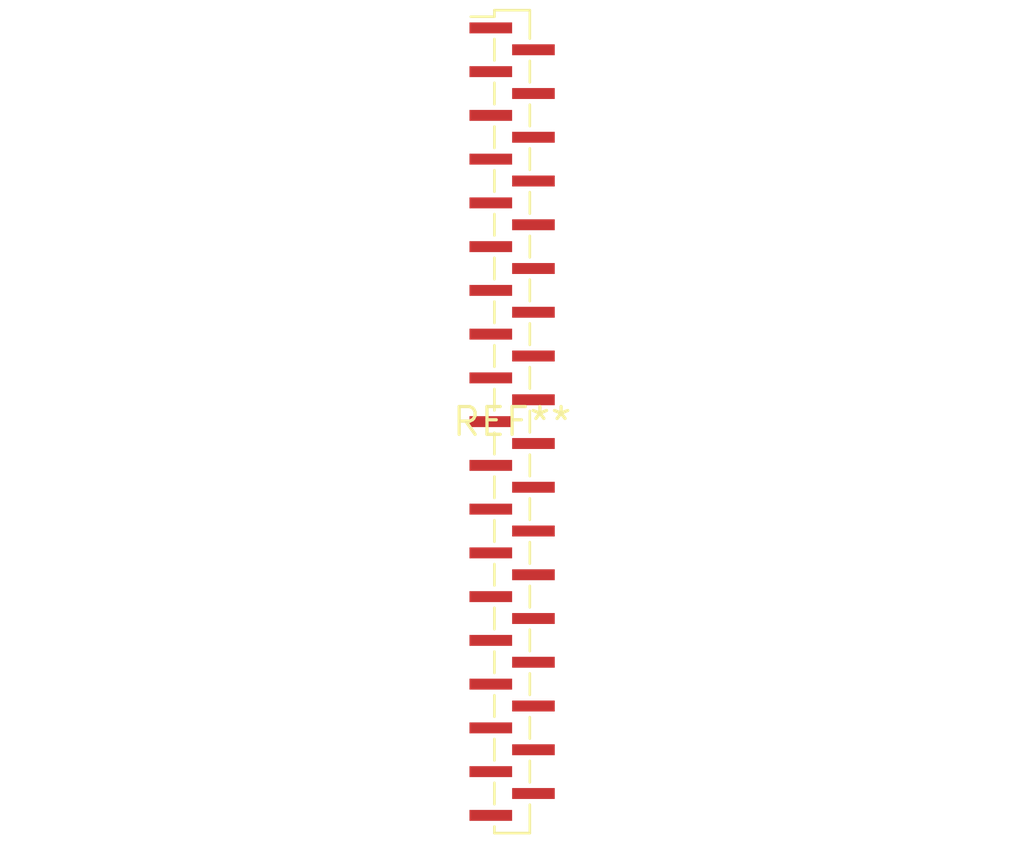
<source format=kicad_pcb>
(kicad_pcb (version 20240108) (generator pcbnew)
  (layers (0 "F.Cu" signal) (31 "B.Cu" signal) (34 "B.Paste" user) (35 "F.Paste" user) (36 "B.SilkS" user "B.Silkscreen") (37 "F.SilkS" user "F.Silkscreen") (38 "B.Mask" user) (39 "F.Mask" user) (44 "Edge.Cuts" user))
  (net 0 "")
  (footprint "PinSocket_1x37_P1.00mm_Vertical_SMD_Pin1Left" (layer "F.Cu") (at 0 0)
    (property "Reference" "REF**")
    (property "Value" "PinSocket_1x37_P1.00mm_Vertical_SMD_Pin1Left")
    (fp_line (start -1.89 -18.51) (end -0.81 -18.51) (layer "F.SilkS") (stroke (width 0.12)))
    (fp_line (start -0.81 -18.81) (end -0.81 -18.51) (layer "F.SilkS") (stroke (width 0.12)))
    (fp_line (start -0.81 -18.81) (end 0.81 -18.81) (layer "F.SilkS") (stroke (width 0.12)))
    (fp_line (start -0.81 -17.49) (end -0.81 -16.51) (layer "F.SilkS") (stroke (width 0.12)))
    (fp_line (start -0.81 -15.49) (end -0.81 -14.51) (layer "F.SilkS") (stroke (width 0.12)))
    (fp_line (start -0.81 -13.49) (end -0.81 -12.51) (layer "F.SilkS") (stroke (width 0.12)))
    (fp_line (start -0.81 -11.49) (end -0.81 -10.51) (layer "F.SilkS") (stroke (width 0.12)))
    (fp_line (start -0.81 -9.49) (end -0.81 -8.51) (layer "F.SilkS") (stroke (width 0.12)))
    (fp_line (start -0.81 -7.49) (end -0.81 -6.51) (layer "F.SilkS") (stroke (width 0.12)))
    (fp_line (start -0.81 -5.49) (end -0.81 -4.51) (layer "F.SilkS") (stroke (width 0.12)))
    (fp_line (start -0.81 -3.49) (end -0.81 -2.51) (layer "F.SilkS") (stroke (width 0.12)))
    (fp_line (start -0.81 -1.49) (end -0.81 -0.51) (layer "F.SilkS") (stroke (width 0.12)))
    (fp_line (start -0.81 0.51) (end -0.81 1.49) (layer "F.SilkS") (stroke (width 0.12)))
    (fp_line (start -0.81 2.51) (end -0.81 3.49) (layer "F.SilkS") (stroke (width 0.12)))
    (fp_line (start -0.81 4.51) (end -0.81 5.49) (layer "F.SilkS") (stroke (width 0.12)))
    (fp_line (start -0.81 6.51) (end -0.81 7.49) (layer "F.SilkS") (stroke (width 0.12)))
    (fp_line (start -0.81 8.51) (end -0.81 9.49) (layer "F.SilkS") (stroke (width 0.12)))
    (fp_line (start -0.81 10.51) (end -0.81 11.49) (layer "F.SilkS") (stroke (width 0.12)))
    (fp_line (start -0.81 12.51) (end -0.81 13.49) (layer "F.SilkS") (stroke (width 0.12)))
    (fp_line (start -0.81 14.51) (end -0.81 15.49) (layer "F.SilkS") (stroke (width 0.12)))
    (fp_line (start -0.81 16.51) (end -0.81 17.49) (layer "F.SilkS") (stroke (width 0.12)))
    (fp_line (start -0.81 18.51) (end -0.81 18.81) (layer "F.SilkS") (stroke (width 0.12)))
    (fp_line (start -0.81 18.81) (end 0.81 18.81) (layer "F.SilkS") (stroke (width 0.12)))
    (fp_line (start 0.81 -18.81) (end 0.81 -17.51) (layer "F.SilkS") (stroke (width 0.12)))
    (fp_line (start 0.81 -16.49) (end 0.81 -15.51) (layer "F.SilkS") (stroke (width 0.12)))
    (fp_line (start 0.81 -14.49) (end 0.81 -13.51) (layer "F.SilkS") (stroke (width 0.12)))
    (fp_line (start 0.81 -12.49) (end 0.81 -11.51) (layer "F.SilkS") (stroke (width 0.12)))
    (fp_line (start 0.81 -10.49) (end 0.81 -9.51) (layer "F.SilkS") (stroke (width 0.12)))
    (fp_line (start 0.81 -8.49) (end 0.81 -7.51) (layer "F.SilkS") (stroke (width 0.12)))
    (fp_line (start 0.81 -6.49) (end 0.81 -5.51) (layer "F.SilkS") (stroke (width 0.12)))
    (fp_line (start 0.81 -4.49) (end 0.81 -3.51) (layer "F.SilkS") (stroke (width 0.12)))
    (fp_line (start 0.81 -2.49) (end 0.81 -1.51) (layer "F.SilkS") (stroke (width 0.12)))
    (fp_line (start 0.81 -0.49) (end 0.81 0.49) (layer "F.SilkS") (stroke (width 0.12)))
    (fp_line (start 0.81 1.51) (end 0.81 2.49) (layer "F.SilkS") (stroke (width 0.12)))
    (fp_line (start 0.81 3.51) (end 0.81 4.49) (layer "F.SilkS") (stroke (width 0.12)))
    (fp_line (start 0.81 5.51) (end 0.81 6.49) (layer "F.SilkS") (stroke (width 0.12)))
    (fp_line (start 0.81 7.51) (end 0.81 8.49) (layer "F.SilkS") (stroke (width 0.12)))
    (fp_line (start 0.81 9.51) (end 0.81 10.49) (layer "F.SilkS") (stroke (width 0.12)))
    (fp_line (start 0.81 11.51) (end 0.81 12.49) (layer "F.SilkS") (stroke (width 0.12)))
    (fp_line (start 0.81 13.51) (end 0.81 14.49) (layer "F.SilkS") (stroke (width 0.12)))
    (fp_line (start 0.81 15.51) (end 0.81 16.49) (layer "F.SilkS") (stroke (width 0.12)))
    (fp_line (start 0.81 17.51) (end 0.81 18.81) (layer "F.SilkS") (stroke (width 0.12)))
    (pad "1" smd rect (at -0.975 -18) (size 1.95 0.5) (layers "F.Cu" "F.Paste" "F.Mask"))
    (pad "2" smd rect (at 0.975 -17) (size 1.95 0.5) (layers "F.Cu" "F.Paste" "F.Mask"))
    (pad "3" smd rect (at -0.975 -16) (size 1.95 0.5) (layers "F.Cu" "F.Paste" "F.Mask"))
    (pad "4" smd rect (at 0.975 -15) (size 1.95 0.5) (layers "F.Cu" "F.Paste" "F.Mask"))
    (pad "5" smd rect (at -0.975 -14) (size 1.95 0.5) (layers "F.Cu" "F.Paste" "F.Mask"))
    (pad "6" smd rect (at 0.975 -13) (size 1.95 0.5) (layers "F.Cu" "F.Paste" "F.Mask"))
    (pad "7" smd rect (at -0.975 -12) (size 1.95 0.5) (layers "F.Cu" "F.Paste" "F.Mask"))
    (pad "8" smd rect (at 0.975 -11) (size 1.95 0.5) (layers "F.Cu" "F.Paste" "F.Mask"))
    (pad "9" smd rect (at -0.975 -10) (size 1.95 0.5) (layers "F.Cu" "F.Paste" "F.Mask"))
    (pad "10" smd rect (at 0.975 -9) (size 1.95 0.5) (layers "F.Cu" "F.Paste" "F.Mask"))
    (pad "11" smd rect (at -0.975 -8) (size 1.95 0.5) (layers "F.Cu" "F.Paste" "F.Mask"))
    (pad "12" smd rect (at 0.975 -7) (size 1.95 0.5) (layers "F.Cu" "F.Paste" "F.Mask"))
    (pad "13" smd rect (at -0.975 -6) (size 1.95 0.5) (layers "F.Cu" "F.Paste" "F.Mask"))
    (pad "14" smd rect (at 0.975 -5) (size 1.95 0.5) (layers "F.Cu" "F.Paste" "F.Mask"))
    (pad "15" smd rect (at -0.975 -4) (size 1.95 0.5) (layers "F.Cu" "F.Paste" "F.Mask"))
    (pad "16" smd rect (at 0.975 -3) (size 1.95 0.5) (layers "F.Cu" "F.Paste" "F.Mask"))
    (pad "17" smd rect (at -0.975 -2) (size 1.95 0.5) (layers "F.Cu" "F.Paste" "F.Mask"))
    (pad "18" smd rect (at 0.975 -1) (size 1.95 0.5) (layers "F.Cu" "F.Paste" "F.Mask"))
    (pad "19" smd rect (at -0.975 0) (size 1.95 0.5) (layers "F.Cu" "F.Paste" "F.Mask"))
    (pad "20" smd rect (at 0.975 1) (size 1.95 0.5) (layers "F.Cu" "F.Paste" "F.Mask"))
    (pad "21" smd rect (at -0.975 2) (size 1.95 0.5) (layers "F.Cu" "F.Paste" "F.Mask"))
    (pad "22" smd rect (at 0.975 3) (size 1.95 0.5) (layers "F.Cu" "F.Paste" "F.Mask"))
    (pad "23" smd rect (at -0.975 4) (size 1.95 0.5) (layers "F.Cu" "F.Paste" "F.Mask"))
    (pad "24" smd rect (at 0.975 5) (size 1.95 0.5) (layers "F.Cu" "F.Paste" "F.Mask"))
    (pad "25" smd rect (at -0.975 6) (size 1.95 0.5) (layers "F.Cu" "F.Paste" "F.Mask"))
    (pad "26" smd rect (at 0.975 7) (size 1.95 0.5) (layers "F.Cu" "F.Paste" "F.Mask"))
    (pad "27" smd rect (at -0.975 8) (size 1.95 0.5) (layers "F.Cu" "F.Paste" "F.Mask"))
    (pad "28" smd rect (at 0.975 9) (size 1.95 0.5) (layers "F.Cu" "F.Paste" "F.Mask"))
    (pad "29" smd rect (at -0.975 10) (size 1.95 0.5) (layers "F.Cu" "F.Paste" "F.Mask"))
    (pad "30" smd rect (at 0.975 11) (size 1.95 0.5) (layers "F.Cu" "F.Paste" "F.Mask"))
    (pad "31" smd rect (at -0.975 12) (size 1.95 0.5) (layers "F.Cu" "F.Paste" "F.Mask"))
    (pad "32" smd rect (at 0.975 13) (size 1.95 0.5) (layers "F.Cu" "F.Paste" "F.Mask"))
    (pad "33" smd rect (at -0.975 14) (size 1.95 0.5) (layers "F.Cu" "F.Paste" "F.Mask"))
    (pad "34" smd rect (at 0.975 15) (size 1.95 0.5) (layers "F.Cu" "F.Paste" "F.Mask"))
    (pad "35" smd rect (at -0.975 16) (size 1.95 0.5) (layers "F.Cu" "F.Paste" "F.Mask"))
    (pad "36" smd rect (at 0.975 17) (size 1.95 0.5) (layers "F.Cu" "F.Paste" "F.Mask"))
    (pad "37" smd rect (at -0.975 18) (size 1.95 0.5) (layers "F.Cu" "F.Paste" "F.Mask"))
  )
)
</source>
